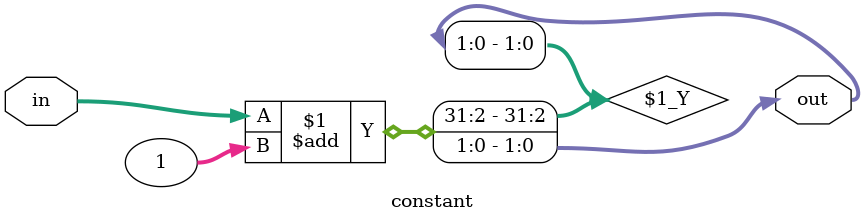
<source format=v>
module constant(input [1:0] in,
                output [1:0] out);
   
   assign out = in + 1;
   
endmodule

</source>
